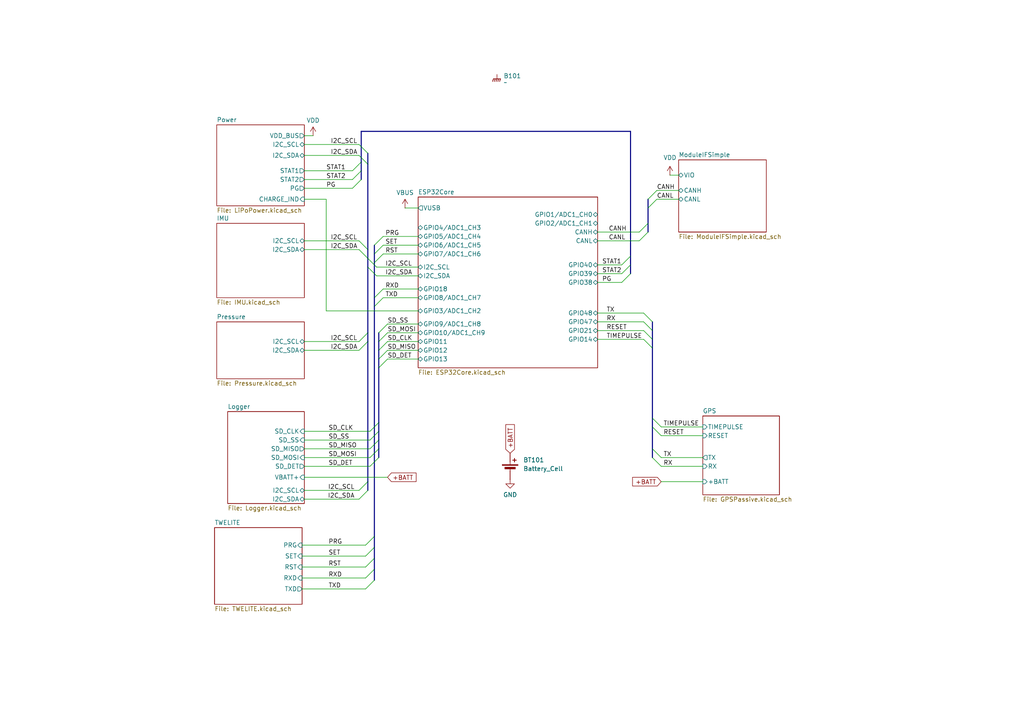
<source format=kicad_sch>
(kicad_sch
	(version 20231120)
	(generator "eeschema")
	(generator_version "8.0")
	(uuid "bbee8c47-266c-4026-940d-10a37b262ebb")
	(paper "A4")
	(lib_symbols
		(symbol "Device:Battery_Cell"
			(pin_numbers hide)
			(pin_names
				(offset 0) hide)
			(exclude_from_sim no)
			(in_bom yes)
			(on_board yes)
			(property "Reference" "BT"
				(at 2.54 2.54 0)
				(effects
					(font
						(size 1.27 1.27)
					)
					(justify left)
				)
			)
			(property "Value" "Battery_Cell"
				(at 2.54 0 0)
				(effects
					(font
						(size 1.27 1.27)
					)
					(justify left)
				)
			)
			(property "Footprint" ""
				(at 0 1.524 90)
				(effects
					(font
						(size 1.27 1.27)
					)
					(hide yes)
				)
			)
			(property "Datasheet" "~"
				(at 0 1.524 90)
				(effects
					(font
						(size 1.27 1.27)
					)
					(hide yes)
				)
			)
			(property "Description" "Single-cell battery"
				(at 0 0 0)
				(effects
					(font
						(size 1.27 1.27)
					)
					(hide yes)
				)
			)
			(property "ki_keywords" "battery cell"
				(at 0 0 0)
				(effects
					(font
						(size 1.27 1.27)
					)
					(hide yes)
				)
			)
			(symbol "Battery_Cell_0_1"
				(rectangle
					(start -2.286 1.778)
					(end 2.286 1.524)
					(stroke
						(width 0)
						(type default)
					)
					(fill
						(type outline)
					)
				)
				(rectangle
					(start -1.524 1.016)
					(end 1.524 0.508)
					(stroke
						(width 0)
						(type default)
					)
					(fill
						(type outline)
					)
				)
				(polyline
					(pts
						(xy 0 0.762) (xy 0 0)
					)
					(stroke
						(width 0)
						(type default)
					)
					(fill
						(type none)
					)
				)
				(polyline
					(pts
						(xy 0 1.778) (xy 0 2.54)
					)
					(stroke
						(width 0)
						(type default)
					)
					(fill
						(type none)
					)
				)
				(polyline
					(pts
						(xy 0.762 3.048) (xy 1.778 3.048)
					)
					(stroke
						(width 0.254)
						(type default)
					)
					(fill
						(type none)
					)
				)
				(polyline
					(pts
						(xy 1.27 3.556) (xy 1.27 2.54)
					)
					(stroke
						(width 0.254)
						(type default)
					)
					(fill
						(type none)
					)
				)
			)
			(symbol "Battery_Cell_1_1"
				(pin passive line
					(at 0 5.08 270)
					(length 2.54)
					(name "+"
						(effects
							(font
								(size 1.27 1.27)
							)
						)
					)
					(number "1"
						(effects
							(font
								(size 1.27 1.27)
							)
						)
					)
				)
				(pin passive line
					(at 0 -2.54 90)
					(length 2.54)
					(name "-"
						(effects
							(font
								(size 1.27 1.27)
							)
						)
					)
					(number "2"
						(effects
							(font
								(size 1.27 1.27)
							)
						)
					)
				)
			)
		)
		(symbol "WOBCLibrary:Board"
			(exclude_from_sim no)
			(in_bom yes)
			(on_board yes)
			(property "Reference" "B"
				(at 0 2.54 0)
				(effects
					(font
						(size 1.27 1.27)
					)
				)
			)
			(property "Value" ""
				(at 0 0 0)
				(effects
					(font
						(size 1.27 1.27)
					)
				)
			)
			(property "Footprint" ""
				(at 0 0 0)
				(effects
					(font
						(size 1.27 1.27)
					)
					(hide yes)
				)
			)
			(property "Datasheet" ""
				(at 0 0 0)
				(effects
					(font
						(size 1.27 1.27)
					)
					(hide yes)
				)
			)
			(property "Description" ""
				(at 0 0 0)
				(effects
					(font
						(size 1.27 1.27)
					)
					(hide yes)
				)
			)
			(symbol "Board_0_1"
				(polyline
					(pts
						(xy 0 -1.27) (xy 0 0)
					)
					(stroke
						(width 0)
						(type default)
					)
					(fill
						(type none)
					)
				)
				(polyline
					(pts
						(xy -1.016 -1.27) (xy -1.27 -2.032) (xy -1.27 -2.032)
					)
					(stroke
						(width 0.2032)
						(type default)
					)
					(fill
						(type none)
					)
				)
				(polyline
					(pts
						(xy -0.508 -1.27) (xy -0.762 -2.032) (xy -0.762 -2.032)
					)
					(stroke
						(width 0.2032)
						(type default)
					)
					(fill
						(type none)
					)
				)
				(polyline
					(pts
						(xy 0 -1.27) (xy -0.254 -2.032) (xy -0.254 -2.032)
					)
					(stroke
						(width 0.2032)
						(type default)
					)
					(fill
						(type none)
					)
				)
				(polyline
					(pts
						(xy 0.508 -1.27) (xy 0.254 -2.032) (xy 0.254 -2.032)
					)
					(stroke
						(width 0.2032)
						(type default)
					)
					(fill
						(type none)
					)
				)
				(polyline
					(pts
						(xy 1.016 -1.27) (xy -1.016 -1.27) (xy -1.016 -1.27)
					)
					(stroke
						(width 0.2032)
						(type default)
					)
					(fill
						(type none)
					)
				)
				(polyline
					(pts
						(xy 1.016 -1.27) (xy 0.762 -2.032) (xy 0.762 -2.032) (xy 0.762 -2.032)
					)
					(stroke
						(width 0.2032)
						(type default)
					)
					(fill
						(type none)
					)
				)
			)
			(symbol "Board_1_1"
				(pin power_in line
					(at 0 0 270)
					(length 0) hide
					(name "GND"
						(effects
							(font
								(size 1.27 1.27)
							)
						)
					)
					(number "GND"
						(effects
							(font
								(size 1.27 1.27)
							)
						)
					)
				)
			)
		)
		(symbol "power:GND"
			(power)
			(pin_numbers hide)
			(pin_names
				(offset 0) hide)
			(exclude_from_sim no)
			(in_bom yes)
			(on_board yes)
			(property "Reference" "#PWR"
				(at 0 -6.35 0)
				(effects
					(font
						(size 1.27 1.27)
					)
					(hide yes)
				)
			)
			(property "Value" "GND"
				(at 0 -3.81 0)
				(effects
					(font
						(size 1.27 1.27)
					)
				)
			)
			(property "Footprint" ""
				(at 0 0 0)
				(effects
					(font
						(size 1.27 1.27)
					)
					(hide yes)
				)
			)
			(property "Datasheet" ""
				(at 0 0 0)
				(effects
					(font
						(size 1.27 1.27)
					)
					(hide yes)
				)
			)
			(property "Description" "Power symbol creates a global label with name \"GND\" , ground"
				(at 0 0 0)
				(effects
					(font
						(size 1.27 1.27)
					)
					(hide yes)
				)
			)
			(property "ki_keywords" "global power"
				(at 0 0 0)
				(effects
					(font
						(size 1.27 1.27)
					)
					(hide yes)
				)
			)
			(symbol "GND_0_1"
				(polyline
					(pts
						(xy 0 0) (xy 0 -1.27) (xy 1.27 -1.27) (xy 0 -2.54) (xy -1.27 -1.27) (xy 0 -1.27)
					)
					(stroke
						(width 0)
						(type default)
					)
					(fill
						(type none)
					)
				)
			)
			(symbol "GND_1_1"
				(pin power_in line
					(at 0 0 270)
					(length 0)
					(name "~"
						(effects
							(font
								(size 1.27 1.27)
							)
						)
					)
					(number "1"
						(effects
							(font
								(size 1.27 1.27)
							)
						)
					)
				)
			)
		)
		(symbol "power:VBUS"
			(power)
			(pin_numbers hide)
			(pin_names
				(offset 0) hide)
			(exclude_from_sim no)
			(in_bom yes)
			(on_board yes)
			(property "Reference" "#PWR"
				(at 0 -3.81 0)
				(effects
					(font
						(size 1.27 1.27)
					)
					(hide yes)
				)
			)
			(property "Value" "VBUS"
				(at 0 3.556 0)
				(effects
					(font
						(size 1.27 1.27)
					)
				)
			)
			(property "Footprint" ""
				(at 0 0 0)
				(effects
					(font
						(size 1.27 1.27)
					)
					(hide yes)
				)
			)
			(property "Datasheet" ""
				(at 0 0 0)
				(effects
					(font
						(size 1.27 1.27)
					)
					(hide yes)
				)
			)
			(property "Description" "Power symbol creates a global label with name \"VBUS\""
				(at 0 0 0)
				(effects
					(font
						(size 1.27 1.27)
					)
					(hide yes)
				)
			)
			(property "ki_keywords" "global power"
				(at 0 0 0)
				(effects
					(font
						(size 1.27 1.27)
					)
					(hide yes)
				)
			)
			(symbol "VBUS_0_1"
				(polyline
					(pts
						(xy -0.762 1.27) (xy 0 2.54)
					)
					(stroke
						(width 0)
						(type default)
					)
					(fill
						(type none)
					)
				)
				(polyline
					(pts
						(xy 0 0) (xy 0 2.54)
					)
					(stroke
						(width 0)
						(type default)
					)
					(fill
						(type none)
					)
				)
				(polyline
					(pts
						(xy 0 2.54) (xy 0.762 1.27)
					)
					(stroke
						(width 0)
						(type default)
					)
					(fill
						(type none)
					)
				)
			)
			(symbol "VBUS_1_1"
				(pin power_in line
					(at 0 0 90)
					(length 0)
					(name "~"
						(effects
							(font
								(size 1.27 1.27)
							)
						)
					)
					(number "1"
						(effects
							(font
								(size 1.27 1.27)
							)
						)
					)
				)
			)
		)
		(symbol "power:VDD"
			(power)
			(pin_numbers hide)
			(pin_names
				(offset 0) hide)
			(exclude_from_sim no)
			(in_bom yes)
			(on_board yes)
			(property "Reference" "#PWR"
				(at 0 -3.81 0)
				(effects
					(font
						(size 1.27 1.27)
					)
					(hide yes)
				)
			)
			(property "Value" "VDD"
				(at 0 3.556 0)
				(effects
					(font
						(size 1.27 1.27)
					)
				)
			)
			(property "Footprint" ""
				(at 0 0 0)
				(effects
					(font
						(size 1.27 1.27)
					)
					(hide yes)
				)
			)
			(property "Datasheet" ""
				(at 0 0 0)
				(effects
					(font
						(size 1.27 1.27)
					)
					(hide yes)
				)
			)
			(property "Description" "Power symbol creates a global label with name \"VDD\""
				(at 0 0 0)
				(effects
					(font
						(size 1.27 1.27)
					)
					(hide yes)
				)
			)
			(property "ki_keywords" "global power"
				(at 0 0 0)
				(effects
					(font
						(size 1.27 1.27)
					)
					(hide yes)
				)
			)
			(symbol "VDD_0_1"
				(polyline
					(pts
						(xy -0.762 1.27) (xy 0 2.54)
					)
					(stroke
						(width 0)
						(type default)
					)
					(fill
						(type none)
					)
				)
				(polyline
					(pts
						(xy 0 0) (xy 0 2.54)
					)
					(stroke
						(width 0)
						(type default)
					)
					(fill
						(type none)
					)
				)
				(polyline
					(pts
						(xy 0 2.54) (xy 0.762 1.27)
					)
					(stroke
						(width 0)
						(type default)
					)
					(fill
						(type none)
					)
				)
			)
			(symbol "VDD_1_1"
				(pin power_in line
					(at 0 0 90)
					(length 0)
					(name "~"
						(effects
							(font
								(size 1.27 1.27)
							)
						)
					)
					(number "1"
						(effects
							(font
								(size 1.27 1.27)
							)
						)
					)
				)
			)
		)
	)
	(bus_entry
		(at 109.855 101.6)
		(size 2.54 -2.54)
		(stroke
			(width 0)
			(type default)
		)
		(uuid "078cb82e-77d7-4477-b01b-d6ba50a748d5")
	)
	(bus_entry
		(at 109.855 104.14)
		(size 2.54 -2.54)
		(stroke
			(width 0)
			(type default)
		)
		(uuid "181a9da0-c900-4556-812c-9f66fae1cbbf")
	)
	(bus_entry
		(at 104.14 142.24)
		(size 2.54 -2.54)
		(stroke
			(width 0)
			(type default)
		)
		(uuid "23f9e28d-fc08-4004-ad90-52dd21e23765")
	)
	(bus_entry
		(at 104.14 99.06)
		(size 2.54 -2.54)
		(stroke
			(width 0)
			(type default)
		)
		(uuid "2df7cf62-acb1-4e24-8915-e7dcb8d818b7")
	)
	(bus_entry
		(at 107.315 132.715)
		(size 2.54 -2.54)
		(stroke
			(width 0)
			(type default)
		)
		(uuid "30c1d4f1-7425-4a08-82d0-6aa716fa5815")
	)
	(bus_entry
		(at 106.045 158.115)
		(size 2.54 -2.54)
		(stroke
			(width 0)
			(type default)
		)
		(uuid "38de9e37-0df8-47bb-a11b-d3d36a334af8")
	)
	(bus_entry
		(at 104.14 144.78)
		(size 2.54 -2.54)
		(stroke
			(width 0)
			(type default)
		)
		(uuid "3ecfe811-c2fc-49f3-99f7-4c883c7ab439")
	)
	(bus_entry
		(at 190.5 57.785)
		(size -2.54 2.54)
		(stroke
			(width 0)
			(type default)
		)
		(uuid "3f7538c7-ed7f-4454-a1ae-ed84fd2f7dd3")
	)
	(bus_entry
		(at 109.22 77.47)
		(size -2.54 -2.54)
		(stroke
			(width 0)
			(type default)
		)
		(uuid "45b0fd37-eb28-4498-93e8-3588ccf33fdd")
	)
	(bus_entry
		(at 108.585 76.2)
		(size 2.54 -2.54)
		(stroke
			(width 0)
			(type default)
		)
		(uuid "4d8d44ca-cb4a-450c-94b6-241faa928e07")
	)
	(bus_entry
		(at 107.315 135.255)
		(size 2.54 -2.54)
		(stroke
			(width 0)
			(type default)
		)
		(uuid "4e2f2d7c-cb4a-4ecf-8581-299b83a96859")
	)
	(bus_entry
		(at 189.23 132.715)
		(size 2.54 2.54)
		(stroke
			(width 0)
			(type default)
		)
		(uuid "4e656965-bb3c-437a-9041-a838dbb8a263")
	)
	(bus_entry
		(at 185.42 67.31)
		(size 2.54 -2.54)
		(stroke
			(width 0)
			(type default)
		)
		(uuid "4f1776b7-bab0-4419-a6da-c40c1974d7b4")
	)
	(bus_entry
		(at 186.69 93.345)
		(size 2.54 2.54)
		(stroke
			(width 0)
			(type default)
		)
		(uuid "51981cd1-9b07-4cee-8b35-83bf99e681f8")
	)
	(bus_entry
		(at 186.69 90.805)
		(size 2.54 2.54)
		(stroke
			(width 0)
			(type default)
		)
		(uuid "565aa4b5-0945-4ad8-a5b0-87bc95a45a44")
	)
	(bus_entry
		(at 107.315 130.175)
		(size 2.54 -2.54)
		(stroke
			(width 0)
			(type default)
		)
		(uuid "5775c9f1-4356-445c-b62a-9837d249f24e")
	)
	(bus_entry
		(at 102.235 52.07)
		(size 2.54 -2.54)
		(stroke
			(width 0)
			(type default)
		)
		(uuid "5da36e76-0f61-4b45-b2e7-ae112e2ed9aa")
	)
	(bus_entry
		(at 108.585 86.36)
		(size 2.54 -2.54)
		(stroke
			(width 0)
			(type default)
		)
		(uuid "772cf5d2-3127-40f6-a14c-077d6e6020b0")
	)
	(bus_entry
		(at 107.315 127.635)
		(size 2.54 -2.54)
		(stroke
			(width 0)
			(type default)
		)
		(uuid "7ef2eb8c-1e70-484e-9811-ec69a1ca689e")
	)
	(bus_entry
		(at 186.69 98.425)
		(size 2.54 2.54)
		(stroke
			(width 0)
			(type default)
		)
		(uuid "818fa6ca-fa0c-4edd-a8d6-35b34ee8a902")
	)
	(bus_entry
		(at 109.855 99.06)
		(size 2.54 -2.54)
		(stroke
			(width 0)
			(type default)
		)
		(uuid "85bea323-efa0-41cf-bf20-a337eb1774aa")
	)
	(bus_entry
		(at 104.14 45.085)
		(size 2.54 2.54)
		(stroke
			(width 0)
			(type default)
		)
		(uuid "88358ff5-707e-45ac-b06b-08f6652e0d14")
	)
	(bus_entry
		(at 189.23 130.175)
		(size 2.54 2.54)
		(stroke
			(width 0)
			(type default)
		)
		(uuid "9b560dfd-d256-4fdf-9e3f-730fe42060c3")
	)
	(bus_entry
		(at 108.585 73.66)
		(size 2.54 -2.54)
		(stroke
			(width 0)
			(type default)
		)
		(uuid "9b64df83-aee6-4167-a162-4a6737a0d0c0")
	)
	(bus_entry
		(at 108.585 88.9)
		(size 2.54 -2.54)
		(stroke
			(width 0)
			(type default)
		)
		(uuid "a3259c45-212b-4596-affa-b93ef92bf075")
	)
	(bus_entry
		(at 104.14 72.39)
		(size 2.54 2.54)
		(stroke
			(width 0)
			(type default)
		)
		(uuid "aafa83ea-531d-4ee7-8624-13bf5eb17539")
	)
	(bus_entry
		(at 102.235 54.61)
		(size 2.54 -2.54)
		(stroke
			(width 0)
			(type default)
		)
		(uuid "ae67faa4-61a3-49da-9e9e-1a123b77172f")
	)
	(bus_entry
		(at 106.045 164.465)
		(size 2.54 -2.54)
		(stroke
			(width 0)
			(type default)
		)
		(uuid "b239eaf0-469d-43bb-89c1-ac143e04c744")
	)
	(bus_entry
		(at 104.14 41.91)
		(size 2.54 2.54)
		(stroke
			(width 0)
			(type default)
		)
		(uuid "b5f10df4-e93a-4c8d-b1e9-dc97936d9704")
	)
	(bus_entry
		(at 180.34 76.835)
		(size 2.54 -2.54)
		(stroke
			(width 0)
			(type default)
		)
		(uuid "b94107ab-0c5b-4ca4-b231-8e39c16e46c1")
	)
	(bus_entry
		(at 180.34 79.375)
		(size 2.54 -2.54)
		(stroke
			(width 0)
			(type default)
		)
		(uuid "b9a5f72d-29cb-4d84-9a9d-61b9a126a49c")
	)
	(bus_entry
		(at 189.23 123.825)
		(size 2.54 2.54)
		(stroke
			(width 0)
			(type default)
		)
		(uuid "beed2afd-03c8-49c6-8497-25aad7cf10a2")
	)
	(bus_entry
		(at 107.315 125.095)
		(size 2.54 -2.54)
		(stroke
			(width 0)
			(type default)
		)
		(uuid "c1abdc74-d307-414d-b846-8ccf702d0a48")
	)
	(bus_entry
		(at 106.045 167.64)
		(size 2.54 -2.54)
		(stroke
			(width 0)
			(type default)
		)
		(uuid "c2687942-dac4-4aaf-84d4-e8529b430ba1")
	)
	(bus_entry
		(at 186.69 95.885)
		(size 2.54 2.54)
		(stroke
			(width 0)
			(type default)
		)
		(uuid "c5136d59-c0b6-4b64-b94d-100ec0464a04")
	)
	(bus_entry
		(at 109.855 106.68)
		(size 2.54 -2.54)
		(stroke
			(width 0)
			(type default)
		)
		(uuid "ccf236db-ea44-47d5-bfad-c3972c914d6d")
	)
	(bus_entry
		(at 190.5 55.245)
		(size -2.54 2.54)
		(stroke
			(width 0)
			(type default)
		)
		(uuid "d499abd1-a2c1-4ef9-aa79-7d39efee5030")
	)
	(bus_entry
		(at 185.42 69.85)
		(size 2.54 -2.54)
		(stroke
			(width 0)
			(type default)
		)
		(uuid "d4d90c1d-fddd-411a-ae04-8cb473e776c5")
	)
	(bus_entry
		(at 102.235 49.53)
		(size 2.54 -2.54)
		(stroke
			(width 0)
			(type default)
		)
		(uuid "d919c36d-676b-4a4b-903d-4cec6a46fc95")
	)
	(bus_entry
		(at 106.045 170.815)
		(size 2.54 -2.54)
		(stroke
			(width 0)
			(type default)
		)
		(uuid "dcec65dc-4841-44ac-8a5b-476fba560094")
	)
	(bus_entry
		(at 180.34 81.915)
		(size 2.54 -2.54)
		(stroke
			(width 0)
			(type default)
		)
		(uuid "e2cac42b-3eb3-4bd8-85c0-008ae70670b8")
	)
	(bus_entry
		(at 108.585 71.12)
		(size 2.54 -2.54)
		(stroke
			(width 0)
			(type default)
		)
		(uuid "e45874df-2ed2-4a01-8291-5fbd3bda8bef")
	)
	(bus_entry
		(at 109.22 80.01)
		(size -2.54 -2.54)
		(stroke
			(width 0)
			(type default)
		)
		(uuid "e6f6ce8d-5ada-4498-bbcf-e32aeded9834")
	)
	(bus_entry
		(at 106.045 161.29)
		(size 2.54 -2.54)
		(stroke
			(width 0)
			(type default)
		)
		(uuid "ece8a5d9-5a58-4d32-8ed4-afa5a5e2c493")
	)
	(bus_entry
		(at 104.14 69.85)
		(size 2.54 2.54)
		(stroke
			(width 0)
			(type default)
		)
		(uuid "efdeae70-2502-4754-874d-91302fe8fa3d")
	)
	(bus_entry
		(at 109.855 96.52)
		(size 2.54 -2.54)
		(stroke
			(width 0)
			(type default)
		)
		(uuid "f19fd026-b03b-4aff-88e7-0b3e2307abdc")
	)
	(bus_entry
		(at 104.14 101.6)
		(size 2.54 -2.54)
		(stroke
			(width 0)
			(type default)
		)
		(uuid "f26610c5-adf0-436e-baa7-41586151ea38")
	)
	(bus_entry
		(at 189.23 121.285)
		(size 2.54 2.54)
		(stroke
			(width 0)
			(type default)
		)
		(uuid "fd190a5f-5a22-4a81-8fa5-dd08d63a041d")
	)
	(wire
		(pts
			(xy 88.265 144.78) (xy 104.14 144.78)
		)
		(stroke
			(width 0)
			(type default)
		)
		(uuid "0158b9db-cff2-46cc-8fa7-6df898fbd309")
	)
	(wire
		(pts
			(xy 173.355 79.375) (xy 180.34 79.375)
		)
		(stroke
			(width 0)
			(type default)
		)
		(uuid "04916dce-e1b2-4ccc-9ec8-a9efeae53342")
	)
	(wire
		(pts
			(xy 191.77 139.7) (xy 203.835 139.7)
		)
		(stroke
			(width 0)
			(type default)
		)
		(uuid "07db8777-d1d9-43f3-8581-6e1e1d386977")
	)
	(wire
		(pts
			(xy 173.355 95.885) (xy 186.69 95.885)
		)
		(stroke
			(width 0)
			(type default)
		)
		(uuid "07f28923-62c0-469b-89ed-5045eec41a62")
	)
	(bus
		(pts
			(xy 104.775 49.53) (xy 104.775 52.07)
		)
		(stroke
			(width 0)
			(type default)
		)
		(uuid "082f261f-29d0-417d-bb52-8a52f95f3ce8")
	)
	(bus
		(pts
			(xy 108.585 88.9) (xy 108.585 155.575)
		)
		(stroke
			(width 0)
			(type default)
		)
		(uuid "0896625c-17c6-41cf-848c-0afc824745a9")
	)
	(wire
		(pts
			(xy 173.355 69.85) (xy 185.42 69.85)
		)
		(stroke
			(width 0)
			(type default)
		)
		(uuid "119c9eb5-1e11-47e3-8353-087d44a0ac89")
	)
	(bus
		(pts
			(xy 109.855 101.6) (xy 109.855 104.14)
		)
		(stroke
			(width 0)
			(type default)
		)
		(uuid "198e95ad-3e1c-4390-ba3d-fcb58f0cb3af")
	)
	(wire
		(pts
			(xy 88.265 54.61) (xy 102.235 54.61)
		)
		(stroke
			(width 0)
			(type default)
		)
		(uuid "1e5e114c-5d97-4f24-be80-cccf89dc08c7")
	)
	(wire
		(pts
			(xy 88.265 135.255) (xy 107.315 135.255)
		)
		(stroke
			(width 0)
			(type default)
		)
		(uuid "20c7dc45-807c-4155-87f9-63b78d463aa2")
	)
	(bus
		(pts
			(xy 189.23 100.965) (xy 189.23 121.285)
		)
		(stroke
			(width 0)
			(type default)
		)
		(uuid "2301a8b2-c990-46ce-bd21-50914661d863")
	)
	(bus
		(pts
			(xy 106.68 96.52) (xy 106.68 99.06)
		)
		(stroke
			(width 0)
			(type default)
		)
		(uuid "2439b51f-e836-4af0-9f6d-f1f659d7af8c")
	)
	(wire
		(pts
			(xy 111.125 68.58) (xy 121.285 68.58)
		)
		(stroke
			(width 0)
			(type default)
		)
		(uuid "29d95adc-a1c4-4215-b73b-292f93c2c8bc")
	)
	(wire
		(pts
			(xy 173.355 93.345) (xy 186.69 93.345)
		)
		(stroke
			(width 0)
			(type default)
		)
		(uuid "2a277c32-7a49-402b-a39c-eb4e2246e08e")
	)
	(bus
		(pts
			(xy 108.585 73.66) (xy 108.585 76.2)
		)
		(stroke
			(width 0)
			(type default)
		)
		(uuid "2a2d24fd-2632-402b-b604-dc93e963e047")
	)
	(wire
		(pts
			(xy 190.5 57.785) (xy 196.85 57.785)
		)
		(stroke
			(width 0)
			(type default)
		)
		(uuid "2b200926-5f3c-42b2-9673-719a120795d6")
	)
	(wire
		(pts
			(xy 88.265 132.715) (xy 107.315 132.715)
		)
		(stroke
			(width 0)
			(type default)
		)
		(uuid "2d0a1cb6-6e0e-4657-aa5c-2ade06b19eed")
	)
	(wire
		(pts
			(xy 191.77 126.365) (xy 203.835 126.365)
		)
		(stroke
			(width 0)
			(type default)
		)
		(uuid "2f49657d-a8c8-4939-983c-282c006bf8fd")
	)
	(bus
		(pts
			(xy 109.855 125.095) (xy 109.855 127.635)
		)
		(stroke
			(width 0)
			(type default)
		)
		(uuid "35958094-262c-4970-a5c8-d956cdf85994")
	)
	(bus
		(pts
			(xy 187.96 57.785) (xy 187.96 60.325)
		)
		(stroke
			(width 0)
			(type default)
		)
		(uuid "359d77e0-45d0-4986-81bb-7fb41ba64009")
	)
	(wire
		(pts
			(xy 173.355 81.915) (xy 180.34 81.915)
		)
		(stroke
			(width 0)
			(type default)
		)
		(uuid "39275343-6eb6-4df0-bcd7-6613c5cede62")
	)
	(bus
		(pts
			(xy 109.855 130.175) (xy 109.855 132.715)
		)
		(stroke
			(width 0)
			(type default)
		)
		(uuid "3bd144bb-61b9-4351-a315-40f1b6656d45")
	)
	(wire
		(pts
			(xy 111.125 73.66) (xy 121.285 73.66)
		)
		(stroke
			(width 0)
			(type default)
		)
		(uuid "3df32d35-26a8-409b-ab24-cf422abb4636")
	)
	(bus
		(pts
			(xy 106.68 44.45) (xy 106.68 47.625)
		)
		(stroke
			(width 0)
			(type default)
		)
		(uuid "41458d16-7c1e-4a6f-86ca-e8b71e6c94ac")
	)
	(wire
		(pts
			(xy 112.395 93.98) (xy 121.285 93.98)
		)
		(stroke
			(width 0)
			(type default)
		)
		(uuid "44a57f51-9d98-4330-a79f-8d15e181ebf3")
	)
	(bus
		(pts
			(xy 109.855 96.52) (xy 109.855 99.06)
		)
		(stroke
			(width 0)
			(type default)
		)
		(uuid "45be9692-de88-41b3-bd3a-0c8a9e32b974")
	)
	(bus
		(pts
			(xy 189.23 95.885) (xy 189.23 98.425)
		)
		(stroke
			(width 0)
			(type default)
		)
		(uuid "48cc31f2-0244-42f2-98cc-8cf72ade6dbe")
	)
	(bus
		(pts
			(xy 109.855 127.635) (xy 109.855 130.175)
		)
		(stroke
			(width 0)
			(type default)
		)
		(uuid "4d42e457-7795-4d04-9f7a-ec12511c8267")
	)
	(wire
		(pts
			(xy 117.475 60.325) (xy 121.285 60.325)
		)
		(stroke
			(width 0)
			(type default)
		)
		(uuid "5105d1dc-ebb5-4469-810d-f4b846055463")
	)
	(wire
		(pts
			(xy 88.265 52.07) (xy 102.235 52.07)
		)
		(stroke
			(width 0)
			(type default)
		)
		(uuid "510d6245-7251-40b9-951e-a3362c7dbe91")
	)
	(wire
		(pts
			(xy 191.77 135.255) (xy 203.835 135.255)
		)
		(stroke
			(width 0)
			(type default)
		)
		(uuid "5366f2e7-4775-4787-b605-9e9b5687adb4")
	)
	(wire
		(pts
			(xy 88.265 99.06) (xy 104.14 99.06)
		)
		(stroke
			(width 0)
			(type default)
		)
		(uuid "57028478-3c58-4f17-81f6-659ebbf234b1")
	)
	(bus
		(pts
			(xy 182.88 74.295) (xy 182.88 38.1)
		)
		(stroke
			(width 0)
			(type default)
		)
		(uuid "58c916b4-cfaa-4ba8-8ff0-9c7f1410c5b6")
	)
	(bus
		(pts
			(xy 106.68 77.47) (xy 106.68 96.52)
		)
		(stroke
			(width 0)
			(type default)
		)
		(uuid "5a2e82ce-57d1-437d-9c72-0ec4f748ec74")
	)
	(wire
		(pts
			(xy 88.265 39.37) (xy 90.805 39.37)
		)
		(stroke
			(width 0)
			(type default)
		)
		(uuid "5b63174f-f421-459d-a29c-002999dc60a1")
	)
	(wire
		(pts
			(xy 191.77 123.825) (xy 203.835 123.825)
		)
		(stroke
			(width 0)
			(type default)
		)
		(uuid "5dd4be63-e084-44e7-b8de-f67e9a31ba79")
	)
	(bus
		(pts
			(xy 187.96 60.325) (xy 187.96 64.77)
		)
		(stroke
			(width 0)
			(type default)
		)
		(uuid "5f0ce326-daa0-40ba-b145-f00fa618f0e4")
	)
	(wire
		(pts
			(xy 112.395 99.06) (xy 121.285 99.06)
		)
		(stroke
			(width 0)
			(type default)
		)
		(uuid "6173c234-8bb2-4076-9f74-e4766e979e69")
	)
	(wire
		(pts
			(xy 88.265 49.53) (xy 102.235 49.53)
		)
		(stroke
			(width 0)
			(type default)
		)
		(uuid "68261754-e27d-47d9-bfd8-d824fe174b98")
	)
	(wire
		(pts
			(xy 87.63 161.29) (xy 106.045 161.29)
		)
		(stroke
			(width 0)
			(type default)
		)
		(uuid "6940bd4a-d387-4493-8ae2-37466a929be8")
	)
	(bus
		(pts
			(xy 182.88 79.375) (xy 182.88 76.835)
		)
		(stroke
			(width 0)
			(type default)
		)
		(uuid "6a3abeb4-5e84-48f4-bf9f-f20077ff890c")
	)
	(bus
		(pts
			(xy 189.23 121.285) (xy 189.23 123.825)
		)
		(stroke
			(width 0)
			(type default)
		)
		(uuid "6d9dab62-3b69-415e-a834-9a9d7fdc9813")
	)
	(bus
		(pts
			(xy 187.96 64.77) (xy 187.96 67.31)
		)
		(stroke
			(width 0)
			(type default)
		)
		(uuid "7195d231-d670-4913-9640-66c6bdf078e2")
	)
	(wire
		(pts
			(xy 190.5 55.245) (xy 196.85 55.245)
		)
		(stroke
			(width 0)
			(type default)
		)
		(uuid "720bb956-4565-43fd-961e-da490eee582d")
	)
	(bus
		(pts
			(xy 108.585 161.925) (xy 108.585 165.1)
		)
		(stroke
			(width 0)
			(type default)
		)
		(uuid "7b453cdf-4cc9-4293-bf4c-290548fbe3b4")
	)
	(wire
		(pts
			(xy 173.355 67.31) (xy 185.42 67.31)
		)
		(stroke
			(width 0)
			(type default)
		)
		(uuid "7d1b3df1-ecba-4475-b1ac-65998ea965a6")
	)
	(wire
		(pts
			(xy 88.265 125.095) (xy 107.315 125.095)
		)
		(stroke
			(width 0)
			(type default)
		)
		(uuid "7e748fa9-3b7e-42c0-98c6-4bf4d659010f")
	)
	(wire
		(pts
			(xy 88.265 127.635) (xy 107.315 127.635)
		)
		(stroke
			(width 0)
			(type default)
		)
		(uuid "7ed85250-0458-4814-9d1f-083b3e8d7e2c")
	)
	(wire
		(pts
			(xy 88.265 130.175) (xy 107.315 130.175)
		)
		(stroke
			(width 0)
			(type default)
		)
		(uuid "7faea200-0dc3-4587-b81a-5e92932514ca")
	)
	(bus
		(pts
			(xy 182.88 38.1) (xy 104.775 38.1)
		)
		(stroke
			(width 0)
			(type default)
		)
		(uuid "83855b54-a0b3-4628-ac03-922dc4d32d3f")
	)
	(wire
		(pts
			(xy 111.125 86.36) (xy 121.285 86.36)
		)
		(stroke
			(width 0)
			(type default)
		)
		(uuid "87807e0d-086a-448a-9011-81ec3ef5e510")
	)
	(bus
		(pts
			(xy 182.88 76.835) (xy 182.88 74.295)
		)
		(stroke
			(width 0)
			(type default)
		)
		(uuid "88853fc9-0fe9-48af-b74f-96e994c2a023")
	)
	(wire
		(pts
			(xy 88.265 41.91) (xy 104.14 41.91)
		)
		(stroke
			(width 0)
			(type default)
		)
		(uuid "8d129850-a729-4aff-8d97-cb7ae79ff061")
	)
	(bus
		(pts
			(xy 109.855 104.14) (xy 109.855 106.68)
		)
		(stroke
			(width 0)
			(type default)
		)
		(uuid "8f5884c0-0077-4db0-a408-c320a5670305")
	)
	(wire
		(pts
			(xy 88.265 69.85) (xy 104.14 69.85)
		)
		(stroke
			(width 0)
			(type default)
		)
		(uuid "90d91857-794c-44ba-9617-69d569b91eb3")
	)
	(bus
		(pts
			(xy 189.23 93.345) (xy 189.23 95.885)
		)
		(stroke
			(width 0)
			(type default)
		)
		(uuid "9572e6ca-94c9-4a8d-af41-b04e311aa2c8")
	)
	(wire
		(pts
			(xy 173.355 90.805) (xy 186.69 90.805)
		)
		(stroke
			(width 0)
			(type default)
		)
		(uuid "95e99763-bc7f-4a00-8339-67e672b87769")
	)
	(bus
		(pts
			(xy 108.585 155.575) (xy 108.585 158.75)
		)
		(stroke
			(width 0)
			(type default)
		)
		(uuid "9694efc0-8e34-41de-9d03-39204ff75156")
	)
	(wire
		(pts
			(xy 191.77 132.715) (xy 203.835 132.715)
		)
		(stroke
			(width 0)
			(type default)
		)
		(uuid "97d8d5dc-f662-43e6-9b4a-60875d4ae975")
	)
	(wire
		(pts
			(xy 88.265 45.085) (xy 104.14 45.085)
		)
		(stroke
			(width 0)
			(type default)
		)
		(uuid "98b1f12e-9ea4-4960-8a6f-beaadc78d65a")
	)
	(wire
		(pts
			(xy 121.285 90.17) (xy 94.615 90.17)
		)
		(stroke
			(width 0)
			(type default)
		)
		(uuid "99bc31d7-aff6-4585-b645-284c55fec488")
	)
	(bus
		(pts
			(xy 106.68 99.06) (xy 106.68 139.7)
		)
		(stroke
			(width 0)
			(type default)
		)
		(uuid "9e121567-49d5-4656-81be-caa0d5029748")
	)
	(wire
		(pts
			(xy 112.395 101.6) (xy 121.285 101.6)
		)
		(stroke
			(width 0)
			(type default)
		)
		(uuid "a1f35dcd-7920-4bc1-bfd1-8f79678bcf3a")
	)
	(wire
		(pts
			(xy 111.125 71.12) (xy 121.285 71.12)
		)
		(stroke
			(width 0)
			(type default)
		)
		(uuid "a4dbd2cc-f6ec-48ce-a8ef-7780fb96ed93")
	)
	(bus
		(pts
			(xy 108.585 158.75) (xy 108.585 161.925)
		)
		(stroke
			(width 0)
			(type default)
		)
		(uuid "acb99949-1a87-4237-8a9a-b17b449cb86e")
	)
	(wire
		(pts
			(xy 109.22 77.47) (xy 121.285 77.47)
		)
		(stroke
			(width 0)
			(type default)
		)
		(uuid "b36f53c6-7e17-4a9e-9ab1-ba35d5bc0f9f")
	)
	(bus
		(pts
			(xy 108.585 71.12) (xy 108.585 73.66)
		)
		(stroke
			(width 0)
			(type default)
		)
		(uuid "b48eef8d-d460-415b-9909-9c47c086a86a")
	)
	(bus
		(pts
			(xy 108.585 86.36) (xy 108.585 88.9)
		)
		(stroke
			(width 0)
			(type default)
		)
		(uuid "b79b120b-21a8-47cd-a608-98dfe46bbbed")
	)
	(bus
		(pts
			(xy 104.775 46.99) (xy 104.775 49.53)
		)
		(stroke
			(width 0)
			(type default)
		)
		(uuid "b868c361-d50d-4d76-b620-3a854a0e26f6")
	)
	(wire
		(pts
			(xy 173.355 98.425) (xy 186.69 98.425)
		)
		(stroke
			(width 0)
			(type default)
		)
		(uuid "bc89593d-bc5e-44c4-9e35-541dc7f8a417")
	)
	(bus
		(pts
			(xy 106.68 74.93) (xy 106.68 77.47)
		)
		(stroke
			(width 0)
			(type default)
		)
		(uuid "bdd76336-1492-4fed-b3b4-56884a62080d")
	)
	(bus
		(pts
			(xy 109.855 122.555) (xy 109.855 125.095)
		)
		(stroke
			(width 0)
			(type default)
		)
		(uuid "bed213cc-f447-46b5-b1a0-8828b39c1aff")
	)
	(bus
		(pts
			(xy 109.855 106.68) (xy 109.855 122.555)
		)
		(stroke
			(width 0)
			(type default)
		)
		(uuid "c1543f20-f342-40c0-9afc-efddb0be9554")
	)
	(bus
		(pts
			(xy 189.23 98.425) (xy 189.23 100.965)
		)
		(stroke
			(width 0)
			(type default)
		)
		(uuid "c3a2bc70-9957-46fd-a3dc-44ab88bd66c1")
	)
	(bus
		(pts
			(xy 109.855 99.06) (xy 109.855 101.6)
		)
		(stroke
			(width 0)
			(type default)
		)
		(uuid "c4765cd8-a8a2-460c-a49d-34b277e651be")
	)
	(wire
		(pts
			(xy 87.63 170.815) (xy 106.045 170.815)
		)
		(stroke
			(width 0)
			(type default)
		)
		(uuid "c546d274-cd3b-4a1f-9cf1-daff0ba16263")
	)
	(wire
		(pts
			(xy 112.395 104.14) (xy 121.285 104.14)
		)
		(stroke
			(width 0)
			(type default)
		)
		(uuid "c5574309-e676-4e21-b262-f7ab7b705a00")
	)
	(bus
		(pts
			(xy 106.68 72.39) (xy 106.68 74.93)
		)
		(stroke
			(width 0)
			(type default)
		)
		(uuid "ccf22f08-ab1b-42ee-97bb-3465210da9f2")
	)
	(bus
		(pts
			(xy 189.23 123.825) (xy 189.23 130.175)
		)
		(stroke
			(width 0)
			(type default)
		)
		(uuid "d13b7e56-b293-4cd4-aa75-b5ba67a760ec")
	)
	(wire
		(pts
			(xy 87.63 158.115) (xy 106.045 158.115)
		)
		(stroke
			(width 0)
			(type default)
		)
		(uuid "d6b3b3f6-89e9-46fc-a9be-9b4eec2b5d71")
	)
	(bus
		(pts
			(xy 108.585 76.2) (xy 108.585 86.36)
		)
		(stroke
			(width 0)
			(type default)
		)
		(uuid "d732235c-20b1-472a-8e54-506dc49a3fb7")
	)
	(wire
		(pts
			(xy 88.265 142.24) (xy 104.14 142.24)
		)
		(stroke
			(width 0)
			(type default)
		)
		(uuid "d789557b-f349-4b74-ba80-272ba8d7053f")
	)
	(wire
		(pts
			(xy 173.355 76.835) (xy 180.34 76.835)
		)
		(stroke
			(width 0)
			(type default)
		)
		(uuid "d79cc374-91c3-462a-9fe5-403023d21ebb")
	)
	(bus
		(pts
			(xy 106.68 47.625) (xy 106.68 72.39)
		)
		(stroke
			(width 0)
			(type default)
		)
		(uuid "da97387c-e6ae-40a0-ae14-348f54c5f20e")
	)
	(wire
		(pts
			(xy 109.22 80.01) (xy 121.285 80.01)
		)
		(stroke
			(width 0)
			(type default)
		)
		(uuid "db188e04-7694-4897-9d50-72d8bf8d878c")
	)
	(bus
		(pts
			(xy 189.23 130.175) (xy 189.23 132.715)
		)
		(stroke
			(width 0)
			(type default)
		)
		(uuid "dd4e7358-85d7-49fd-9e74-8f8dd22b8a45")
	)
	(bus
		(pts
			(xy 106.68 139.7) (xy 106.68 142.24)
		)
		(stroke
			(width 0)
			(type default)
		)
		(uuid "df7ccf1d-134f-44cc-a35e-8e0e34842e1f")
	)
	(bus
		(pts
			(xy 104.775 38.1) (xy 104.775 46.99)
		)
		(stroke
			(width 0)
			(type default)
		)
		(uuid "e0b967d5-365e-42fb-847b-769bb82f9bbd")
	)
	(wire
		(pts
			(xy 111.125 83.82) (xy 121.285 83.82)
		)
		(stroke
			(width 0)
			(type default)
		)
		(uuid "e41d78f9-7d6c-4569-8c32-34d699699c59")
	)
	(wire
		(pts
			(xy 87.63 167.64) (xy 106.045 167.64)
		)
		(stroke
			(width 0)
			(type default)
		)
		(uuid "e6b74410-6d72-4396-a0ff-6c8099c6a30f")
	)
	(bus
		(pts
			(xy 108.585 165.1) (xy 108.585 168.275)
		)
		(stroke
			(width 0)
			(type default)
		)
		(uuid "e6e0ac6b-5f1a-473c-8d27-871d7d7260c9")
	)
	(wire
		(pts
			(xy 88.265 72.39) (xy 104.14 72.39)
		)
		(stroke
			(width 0)
			(type default)
		)
		(uuid "eb0320e0-1a58-4161-bdd2-71e825fb1a1d")
	)
	(wire
		(pts
			(xy 87.63 164.465) (xy 106.045 164.465)
		)
		(stroke
			(width 0)
			(type default)
		)
		(uuid "ef4240f4-da0a-44c3-a8d4-c6a9abcc4d6f")
	)
	(wire
		(pts
			(xy 88.265 138.43) (xy 112.395 138.43)
		)
		(stroke
			(width 0)
			(type default)
		)
		(uuid "f40fec97-b591-4d7e-991e-6b917a2f346c")
	)
	(wire
		(pts
			(xy 94.615 57.785) (xy 88.265 57.785)
		)
		(stroke
			(width 0)
			(type default)
		)
		(uuid "f541ef3f-afc1-4772-b743-5181e41b707f")
	)
	(wire
		(pts
			(xy 112.395 96.52) (xy 121.285 96.52)
		)
		(stroke
			(width 0)
			(type default)
		)
		(uuid "f86dbe7d-c3d0-49b9-bf2f-c30781e65d60")
	)
	(wire
		(pts
			(xy 88.265 101.6) (xy 104.14 101.6)
		)
		(stroke
			(width 0)
			(type default)
		)
		(uuid "f88fb8ae-a52a-40d8-b8b4-74f5d8b2cb3e")
	)
	(wire
		(pts
			(xy 94.615 90.17) (xy 94.615 57.785)
		)
		(stroke
			(width 0)
			(type default)
		)
		(uuid "fbd5f592-294d-4885-966c-6ff95c4fd8cb")
	)
	(wire
		(pts
			(xy 194.31 50.8) (xy 196.85 50.8)
		)
		(stroke
			(width 0)
			(type default)
		)
		(uuid "ff9285b8-89e2-4d51-b7f1-bad58b1900aa")
	)
	(label "SET"
		(at 95.25 161.29 0)
		(fields_autoplaced yes)
		(effects
			(font
				(size 1.27 1.27)
			)
			(justify left bottom)
		)
		(uuid "02181bad-e4ce-4cbc-84d2-de9fd90498ae")
	)
	(label "RXD"
		(at 111.76 83.82 0)
		(fields_autoplaced yes)
		(effects
			(font
				(size 1.27 1.27)
			)
			(justify left bottom)
		)
		(uuid "095cf676-0b9e-4a0c-b9b8-b58215d675f1")
	)
	(label "I2C_SCL"
		(at 102.87 142.24 180)
		(fields_autoplaced yes)
		(effects
			(font
				(size 1.27 1.27)
			)
			(justify right bottom)
		)
		(uuid "0ee68fab-5c15-4af3-b3bd-be221a08c5c4")
	)
	(label "SD_SS"
		(at 112.395 93.98 0)
		(fields_autoplaced yes)
		(effects
			(font
				(size 1.27 1.27)
			)
			(justify left bottom)
		)
		(uuid "0fbbb975-8298-4b13-af0b-5843e7e507b9")
	)
	(label "RESET"
		(at 175.895 95.885 0)
		(fields_autoplaced yes)
		(effects
			(font
				(size 1.27 1.27)
			)
			(justify left bottom)
		)
		(uuid "11ff4d24-0a7c-415c-a44a-29a76654a23e")
	)
	(label "PRG"
		(at 95.25 158.115 0)
		(fields_autoplaced yes)
		(effects
			(font
				(size 1.27 1.27)
			)
			(justify left bottom)
		)
		(uuid "1564c178-64a0-4849-b3fd-95cc02ca88e2")
	)
	(label "TIMEPULSE"
		(at 192.405 123.825 0)
		(fields_autoplaced yes)
		(effects
			(font
				(size 1.27 1.27)
			)
			(justify left bottom)
		)
		(uuid "21beed5c-b112-4a63-9f6d-140b1aacb8cd")
	)
	(label "I2C_SDA"
		(at 102.87 144.78 180)
		(fields_autoplaced yes)
		(effects
			(font
				(size 1.27 1.27)
			)
			(justify right bottom)
		)
		(uuid "28baedc2-0ee6-4824-bf8f-c9ea94e96f6c")
	)
	(label "SD_MISO"
		(at 95.25 130.175 0)
		(fields_autoplaced yes)
		(effects
			(font
				(size 1.27 1.27)
			)
			(justify left bottom)
		)
		(uuid "2fc8e606-04f2-4334-8ebd-d0d66fe4d240")
	)
	(label "CANL"
		(at 190.5 57.785 0)
		(fields_autoplaced yes)
		(effects
			(font
				(size 1.27 1.27)
			)
			(justify left bottom)
		)
		(uuid "30da65c3-0a6f-48df-aec9-7c2b13388487")
	)
	(label "RST"
		(at 111.76 73.66 0)
		(fields_autoplaced yes)
		(effects
			(font
				(size 1.27 1.27)
			)
			(justify left bottom)
		)
		(uuid "3bc69145-4c14-4c04-bc21-31e6f313d37f")
	)
	(label "I2C_SCL"
		(at 95.885 69.85 0)
		(fields_autoplaced yes)
		(effects
			(font
				(size 1.27 1.27)
			)
			(justify left bottom)
		)
		(uuid "3c86b74d-7807-41a8-bddc-4d97761cbc7b")
	)
	(label "STAT1"
		(at 94.615 49.53 0)
		(fields_autoplaced yes)
		(effects
			(font
				(size 1.27 1.27)
			)
			(justify left bottom)
		)
		(uuid "40ae660e-1221-4248-87fe-2626c8ec2e6d")
	)
	(label "SD_CLK"
		(at 95.25 125.095 0)
		(fields_autoplaced yes)
		(effects
			(font
				(size 1.27 1.27)
			)
			(justify left bottom)
		)
		(uuid "4321f22d-be94-44a6-8aee-b5f46f45e8f7")
	)
	(label "SD_MOSI"
		(at 112.395 96.52 0)
		(fields_autoplaced yes)
		(effects
			(font
				(size 1.27 1.27)
			)
			(justify left bottom)
		)
		(uuid "4a578bfa-b83b-4bfa-b33b-bef3329c2dfa")
	)
	(label "TX"
		(at 192.405 132.715 0)
		(fields_autoplaced yes)
		(effects
			(font
				(size 1.27 1.27)
			)
			(justify left bottom)
		)
		(uuid "4dc04c86-2cff-42fc-a007-4f61e5baeb9e")
	)
	(label "CANH"
		(at 176.53 67.31 0)
		(fields_autoplaced yes)
		(effects
			(font
				(size 1.27 1.27)
			)
			(justify left bottom)
		)
		(uuid "51535770-11b6-4714-b5ac-1f27d433ca96")
	)
	(label "PG"
		(at 94.615 54.61 0)
		(fields_autoplaced yes)
		(effects
			(font
				(size 1.27 1.27)
			)
			(justify left bottom)
		)
		(uuid "54d59e4d-887a-4f48-8920-6773e0998305")
	)
	(label "STAT2"
		(at 94.615 52.07 0)
		(fields_autoplaced yes)
		(effects
			(font
				(size 1.27 1.27)
			)
			(justify left bottom)
		)
		(uuid "629a6390-f8ab-4719-8c0a-55a9401488bb")
	)
	(label "SD_MISO"
		(at 112.395 101.6 0)
		(fields_autoplaced yes)
		(effects
			(font
				(size 1.27 1.27)
			)
			(justify left bottom)
		)
		(uuid "67c7e2ef-659d-4565-8626-080494a2444a")
	)
	(label "TIMEPULSE"
		(at 175.895 98.425 0)
		(fields_autoplaced yes)
		(effects
			(font
				(size 1.27 1.27)
			)
			(justify left bottom)
		)
		(uuid "6bb56258-15d5-4064-acdd-c43ea302195e")
	)
	(label "RXD"
		(at 95.25 167.64 0)
		(fields_autoplaced yes)
		(effects
			(font
				(size 1.27 1.27)
			)
			(justify left bottom)
		)
		(uuid "6f464948-c520-495e-98e2-d8f356f4993a")
	)
	(label "SD_DET"
		(at 112.395 104.14 0)
		(fields_autoplaced yes)
		(effects
			(font
				(size 1.27 1.27)
			)
			(justify left bottom)
		)
		(uuid "78adab8c-807b-4cd1-bc9b-36c7f578c5b5")
	)
	(label "SD_CLK"
		(at 112.395 99.06 0)
		(fields_autoplaced yes)
		(effects
			(font
				(size 1.27 1.27)
			)
			(justify left bottom)
		)
		(uuid "7e74180d-c0bc-4fb3-b370-424c4ee2a532")
	)
	(label "TXD"
		(at 111.76 86.36 0)
		(fields_autoplaced yes)
		(effects
			(font
				(size 1.27 1.27)
			)
			(justify left bottom)
		)
		(uuid "7f777676-a2d7-4e6f-83a9-15d7d62734f6")
	)
	(label "STAT2"
		(at 174.625 79.375 0)
		(fields_autoplaced yes)
		(effects
			(font
				(size 1.27 1.27)
			)
			(justify left bottom)
		)
		(uuid "899e9da6-9184-4758-afc7-6d4aec4a1cbc")
	)
	(label "RST"
		(at 95.25 164.465 0)
		(fields_autoplaced yes)
		(effects
			(font
				(size 1.27 1.27)
			)
			(justify left bottom)
		)
		(uuid "93e60930-5a1f-4db9-8546-d8c3281f642a")
	)
	(label "SD_SS"
		(at 95.25 127.635 0)
		(fields_autoplaced yes)
		(effects
			(font
				(size 1.27 1.27)
			)
			(justify left bottom)
		)
		(uuid "9773f0b7-0363-4964-89b9-9c84771b577c")
	)
	(label "CANL"
		(at 176.53 69.85 0)
		(fields_autoplaced yes)
		(effects
			(font
				(size 1.27 1.27)
			)
			(justify left bottom)
		)
		(uuid "981cdf58-7551-4447-a1dd-4917b324f500")
	)
	(label "I2C_SCL"
		(at 95.885 99.06 0)
		(fields_autoplaced yes)
		(effects
			(font
				(size 1.27 1.27)
			)
			(justify left bottom)
		)
		(uuid "9e75a709-907e-4d51-b666-8fc7fc96253f")
	)
	(label "TX"
		(at 175.895 90.805 0)
		(fields_autoplaced yes)
		(effects
			(font
				(size 1.27 1.27)
			)
			(justify left bottom)
		)
		(uuid "a90491ad-7b08-49ee-a04f-c6d25b1a6eca")
	)
	(label "I2C_SDA"
		(at 111.76 80.01 0)
		(fields_autoplaced yes)
		(effects
			(font
				(size 1.27 1.27)
			)
			(justify left bottom)
		)
		(uuid "afd19b87-334e-4067-aacc-b11ffc302594")
	)
	(label "SD_MOSI"
		(at 95.25 132.715 0)
		(fields_autoplaced yes)
		(effects
			(font
				(size 1.27 1.27)
			)
			(justify left bottom)
		)
		(uuid "b6a8f7e9-cedb-4f90-a8b1-d946a8fd46c5")
	)
	(label "I2C_SDA"
		(at 95.885 101.6 0)
		(fields_autoplaced yes)
		(effects
			(font
				(size 1.27 1.27)
			)
			(justify left bottom)
		)
		(uuid "bd82f18a-02e0-431f-ac5d-d6f986892948")
	)
	(label "TXD"
		(at 95.25 170.815 0)
		(fields_autoplaced yes)
		(effects
			(font
				(size 1.27 1.27)
			)
			(justify left bottom)
		)
		(uuid "bf239112-1529-4f8b-93cc-91555f3dd941")
	)
	(label "SD_DET"
		(at 95.25 135.255 0)
		(fields_autoplaced yes)
		(effects
			(font
				(size 1.27 1.27)
			)
			(justify left bottom)
		)
		(uuid "bf79f8a9-b38c-430c-aa89-092a5c6350ce")
	)
	(label "PRG"
		(at 111.76 68.58 0)
		(fields_autoplaced yes)
		(effects
			(font
				(size 1.27 1.27)
			)
			(justify left bottom)
		)
		(uuid "c7c3babf-04b6-4657-91b1-edf629dcfb27")
	)
	(label "STAT1"
		(at 174.625 76.835 0)
		(fields_autoplaced yes)
		(effects
			(font
				(size 1.27 1.27)
			)
			(justify left bottom)
		)
		(uuid "ca4ad7cc-4456-4012-8be2-b37ffa287915")
	)
	(label "PG"
		(at 174.625 81.915 0)
		(fields_autoplaced yes)
		(effects
			(font
				(size 1.27 1.27)
			)
			(justify left bottom)
		)
		(uuid "d367331e-4059-4aac-8e55-a3fb49da2c78")
	)
	(label "RESET"
		(at 192.405 126.365 0)
		(fields_autoplaced yes)
		(effects
			(font
				(size 1.27 1.27)
			)
			(justify left bottom)
		)
		(uuid "d6f9e6df-39e0-4ba0-ba2a-d5df688aa158")
	)
	(label "I2C_SCL"
		(at 111.76 77.47 0)
		(fields_autoplaced yes)
		(effects
			(font
				(size 1.27 1.27)
			)
			(justify left bottom)
		)
		(uuid "d7c58da2-3f77-490d-93e6-4ff766061bd6")
	)
	(label "RX"
		(at 192.405 135.255 0)
		(fields_autoplaced yes)
		(effects
			(font
				(size 1.27 1.27)
			)
			(justify left bottom)
		)
		(uuid "d93471ea-4216-4e9b-a36a-903a81418bdd")
	)
	(label "I2C_SDA"
		(at 95.885 45.085 0)
		(fields_autoplaced yes)
		(effects
			(font
				(size 1.27 1.27)
			)
			(justify left bottom)
		)
		(uuid "d9910189-b796-4b7a-b4ee-857a76c2f9e4")
	)
	(label "CANH"
		(at 190.5 55.245 0)
		(fields_autoplaced yes)
		(effects
			(font
				(size 1.27 1.27)
			)
			(justify left bottom)
		)
		(uuid "df447274-e843-409a-8962-d628bcef217d")
	)
	(label "I2C_SDA"
		(at 95.885 72.39 0)
		(fields_autoplaced yes)
		(effects
			(font
				(size 1.27 1.27)
			)
			(justify left bottom)
		)
		(uuid "df66ce9f-c0aa-4eaa-8013-595e2f30e632")
	)
	(label "I2C_SCL"
		(at 95.885 41.91 0)
		(fields_autoplaced yes)
		(effects
			(font
				(size 1.27 1.27)
			)
			(justify left bottom)
		)
		(uuid "e45fc827-6024-4aaf-a97f-3bc324c338ac")
	)
	(label "SET"
		(at 111.76 71.12 0)
		(fields_autoplaced yes)
		(effects
			(font
				(size 1.27 1.27)
			)
			(justify left bottom)
		)
		(uuid "e55f95c1-a9c8-4d03-b3c1-b356b0d9908b")
	)
	(label "RX"
		(at 175.895 93.345 0)
		(fields_autoplaced yes)
		(effects
			(font
				(size 1.27 1.27)
			)
			(justify left bottom)
		)
		(uuid "f1b072b3-0f33-4c7c-bb93-55b56a080e82")
	)
	(global_label "+BATT"
		(shape input)
		(at 112.395 138.43 0)
		(fields_autoplaced yes)
		(effects
			(font
				(size 1.27 1.27)
			)
			(justify left)
		)
		(uuid "00859bd7-921a-401f-84fa-068741fff93f")
		(property "Intersheetrefs" "${INTERSHEET_REFS}"
			(at 121.2464 138.43 0)
			(effects
				(font
					(size 1.27 1.27)
				)
				(justify left)
				(hide yes)
			)
		)
	)
	(global_label "+BATT"
		(shape input)
		(at 147.955 131.445 90)
		(fields_autoplaced yes)
		(effects
			(font
				(size 1.27 1.27)
			)
			(justify left)
		)
		(uuid "641441fb-a508-488d-8d76-d305d86f5594")
		(property "Intersheetrefs" "${INTERSHEET_REFS}"
			(at 147.955 122.5936 90)
			(effects
				(font
					(size 1.27 1.27)
				)
				(justify left)
				(hide yes)
			)
		)
	)
	(global_label "+BATT"
		(shape input)
		(at 191.77 139.7 180)
		(fields_autoplaced yes)
		(effects
			(font
				(size 1.27 1.27)
			)
			(justify right)
		)
		(uuid "ff81e4ee-6d83-490c-b076-69d3894d4c2b")
		(property "Intersheetrefs" "${INTERSHEET_REFS}"
			(at 182.9186 139.7 0)
			(effects
				(font
					(size 1.27 1.27)
				)
				(justify right)
				(hide yes)
			)
		)
	)
	(symbol
		(lib_id "WOBCLibrary:Board")
		(at 144.145 21.59 0)
		(unit 1)
		(exclude_from_sim no)
		(in_bom yes)
		(on_board yes)
		(dnp no)
		(fields_autoplaced yes)
		(uuid "1d05acdc-67e9-4df6-8f73-9c80b4fa3b53")
		(property "Reference" "B101"
			(at 146.05 22.0217 0)
			(effects
				(font
					(size 1.27 1.27)
				)
				(justify left)
			)
		)
		(property "Value" "~"
			(at 146.05 23.9268 0)
			(effects
				(font
					(size 1.27 1.27)
				)
				(justify left)
			)
		)
		(property "Footprint" "WOBCLibrary:Board_1U_100x40"
			(at 144.145 21.59 0)
			(effects
				(font
					(size 1.27 1.27)
				)
				(hide yes)
			)
		)
		(property "Datasheet" ""
			(at 144.145 21.59 0)
			(effects
				(font
					(size 1.27 1.27)
				)
				(hide yes)
			)
		)
		(property "Description" ""
			(at 144.145 21.59 0)
			(effects
				(font
					(size 1.27 1.27)
				)
				(hide yes)
			)
		)
		(pin "GND"
			(uuid "bb5f121a-7e53-4d2e-9b9f-6950b79c4f70")
		)
		(instances
			(project ""
				(path "/bbee8c47-266c-4026-940d-10a37b262ebb"
					(reference "B101")
					(unit 1)
				)
			)
		)
	)
	(symbol
		(lib_id "power:VDD")
		(at 194.31 50.8 0)
		(unit 1)
		(exclude_from_sim no)
		(in_bom yes)
		(on_board yes)
		(dnp no)
		(fields_autoplaced yes)
		(uuid "30357ee7-3f06-4c29-8cb6-5855597b07dc")
		(property "Reference" "#PWR0104"
			(at 194.31 54.61 0)
			(effects
				(font
					(size 1.27 1.27)
				)
				(hide yes)
			)
		)
		(property "Value" "VDD"
			(at 194.31 45.72 0)
			(effects
				(font
					(size 1.27 1.27)
				)
			)
		)
		(property "Footprint" ""
			(at 194.31 50.8 0)
			(effects
				(font
					(size 1.27 1.27)
				)
				(hide yes)
			)
		)
		(property "Datasheet" ""
			(at 194.31 50.8 0)
			(effects
				(font
					(size 1.27 1.27)
				)
				(hide yes)
			)
		)
		(property "Description" "Power symbol creates a global label with name \"VDD\""
			(at 194.31 50.8 0)
			(effects
				(font
					(size 1.27 1.27)
				)
				(hide yes)
			)
		)
		(pin "1"
			(uuid "bfaec449-8a79-4d5e-9325-c5c28a311497")
		)
		(instances
			(project ""
				(path "/bbee8c47-266c-4026-940d-10a37b262ebb"
					(reference "#PWR0104")
					(unit 1)
				)
			)
		)
	)
	(symbol
		(lib_id "power:VDD")
		(at 90.805 39.37 0)
		(unit 1)
		(exclude_from_sim no)
		(in_bom yes)
		(on_board yes)
		(dnp no)
		(fields_autoplaced yes)
		(uuid "49dd457a-f7e4-426e-bcd4-52318a72c5be")
		(property "Reference" "#PWR0101"
			(at 90.805 43.18 0)
			(effects
				(font
					(size 1.27 1.27)
				)
				(hide yes)
			)
		)
		(property "Value" "VDD"
			(at 90.805 34.925 0)
			(effects
				(font
					(size 1.27 1.27)
				)
			)
		)
		(property "Footprint" ""
			(at 90.805 39.37 0)
			(effects
				(font
					(size 1.27 1.27)
				)
				(hide yes)
			)
		)
		(property "Datasheet" ""
			(at 90.805 39.37 0)
			(effects
				(font
					(size 1.27 1.27)
				)
				(hide yes)
			)
		)
		(property "Description" "Power symbol creates a global label with name \"VDD\""
			(at 90.805 39.37 0)
			(effects
				(font
					(size 1.27 1.27)
				)
				(hide yes)
			)
		)
		(pin "1"
			(uuid "def51532-7e5c-46c2-940c-11587637389a")
		)
		(instances
			(project ""
				(path "/bbee8c47-266c-4026-940d-10a37b262ebb"
					(reference "#PWR0101")
					(unit 1)
				)
			)
		)
	)
	(symbol
		(lib_id "power:GND")
		(at 147.955 139.065 0)
		(unit 1)
		(exclude_from_sim no)
		(in_bom yes)
		(on_board yes)
		(dnp no)
		(fields_autoplaced yes)
		(uuid "7e677145-b2c5-40fc-bd6a-844baca44535")
		(property "Reference" "#PWR0103"
			(at 147.955 145.415 0)
			(effects
				(font
					(size 1.27 1.27)
				)
				(hide yes)
			)
		)
		(property "Value" "GND"
			(at 147.955 143.51 0)
			(effects
				(font
					(size 1.27 1.27)
				)
			)
		)
		(property "Footprint" ""
			(at 147.955 139.065 0)
			(effects
				(font
					(size 1.27 1.27)
				)
				(hide yes)
			)
		)
		(property "Datasheet" ""
			(at 147.955 139.065 0)
			(effects
				(font
					(size 1.27 1.27)
				)
				(hide yes)
			)
		)
		(property "Description" "Power symbol creates a global label with name \"GND\" , ground"
			(at 147.955 139.065 0)
			(effects
				(font
					(size 1.27 1.27)
				)
				(hide yes)
			)
		)
		(pin "1"
			(uuid "9325a066-35fc-41ab-9467-35b1926eac68")
		)
		(instances
			(project ""
				(path "/bbee8c47-266c-4026-940d-10a37b262ebb"
					(reference "#PWR0103")
					(unit 1)
				)
			)
		)
	)
	(symbol
		(lib_id "power:VBUS")
		(at 117.475 60.325 0)
		(unit 1)
		(exclude_from_sim no)
		(in_bom yes)
		(on_board yes)
		(dnp no)
		(fields_autoplaced yes)
		(uuid "e8de1a1f-edb9-4dc5-982b-b82f569bcce0")
		(property "Reference" "#PWR0102"
			(at 117.475 64.135 0)
			(effects
				(font
					(size 1.27 1.27)
				)
				(hide yes)
			)
		)
		(property "Value" "VBUS"
			(at 117.475 55.88 0)
			(effects
				(font
					(size 1.27 1.27)
				)
			)
		)
		(property "Footprint" ""
			(at 117.475 60.325 0)
			(effects
				(font
					(size 1.27 1.27)
				)
				(hide yes)
			)
		)
		(property "Datasheet" ""
			(at 117.475 60.325 0)
			(effects
				(font
					(size 1.27 1.27)
				)
				(hide yes)
			)
		)
		(property "Description" "Power symbol creates a global label with name \"VBUS\""
			(at 117.475 60.325 0)
			(effects
				(font
					(size 1.27 1.27)
				)
				(hide yes)
			)
		)
		(pin "1"
			(uuid "e95f9694-1f3b-4b49-8a0a-5fd9570685c3")
		)
		(instances
			(project ""
				(path "/bbee8c47-266c-4026-940d-10a37b262ebb"
					(reference "#PWR0102")
					(unit 1)
				)
			)
		)
	)
	(symbol
		(lib_id "Device:Battery_Cell")
		(at 147.955 136.525 0)
		(unit 1)
		(exclude_from_sim no)
		(in_bom yes)
		(on_board yes)
		(dnp no)
		(fields_autoplaced yes)
		(uuid "eb9eb356-f760-4263-84e5-5fda5db4c6fe")
		(property "Reference" "BT101"
			(at 151.765 133.4134 0)
			(effects
				(font
					(size 1.27 1.27)
				)
				(justify left)
			)
		)
		(property "Value" "Battery_Cell"
			(at 151.765 135.9534 0)
			(effects
				(font
					(size 1.27 1.27)
				)
				(justify left)
			)
		)
		(property "Footprint" "WOBCLibrary:cr1220"
			(at 147.955 135.001 90)
			(effects
				(font
					(size 1.27 1.27)
				)
				(hide yes)
			)
		)
		(property "Datasheet" "~"
			(at 147.955 135.001 90)
			(effects
				(font
					(size 1.27 1.27)
				)
				(hide yes)
			)
		)
		(property "Description" "Single-cell battery"
			(at 147.955 136.525 0)
			(effects
				(font
					(size 1.27 1.27)
				)
				(hide yes)
			)
		)
		(pin "1"
			(uuid "0ef1299c-fd2d-4ec6-ac6d-ef2c32a33bdc")
		)
		(pin "2"
			(uuid "ba77422f-5a31-420b-a753-7b0cd7ac9368")
		)
		(instances
			(project "CanSat.Main"
				(path "/bbee8c47-266c-4026-940d-10a37b262ebb"
					(reference "BT101")
					(unit 1)
				)
			)
		)
	)
	(sheet
		(at 196.85 46.355)
		(size 25.4 20.955)
		(fields_autoplaced yes)
		(stroke
			(width 0.1524)
			(type solid)
		)
		(fill
			(color 0 0 0 0.0000)
		)
		(uuid "3581401d-2aa9-4ec6-9247-ee694525beea")
		(property "Sheetname" "ModuleIFSimple"
			(at 196.85 45.6434 0)
			(effects
				(font
					(size 1.27 1.27)
				)
				(justify left bottom)
			)
		)
		(property "Sheetfile" "ModuleIFSimple.kicad_sch"
			(at 196.85 67.8946 0)
			(effects
				(font
					(size 1.27 1.27)
				)
				(justify left top)
			)
		)
		(pin "CANL" bidirectional
			(at 196.85 57.785 180)
			(effects
				(font
					(size 1.27 1.27)
				)
				(justify left)
			)
			(uuid "fab6b349-a9d7-40fb-b647-655a3f15f282")
		)
		(pin "VIO" bidirectional
			(at 196.85 50.8 180)
			(effects
				(font
					(size 1.27 1.27)
				)
				(justify left)
			)
			(uuid "f031e0c0-cf4a-42ad-82bb-94f1b4c5f8ca")
		)
		(pin "CANH" bidirectional
			(at 196.85 55.245 180)
			(effects
				(font
					(size 1.27 1.27)
				)
				(justify left)
			)
			(uuid "81845a35-f27d-4181-a0f3-19e8a403b05a")
		)
		(instances
			(project "CanSat.Main"
				(path "/bbee8c47-266c-4026-940d-10a37b262ebb"
					(page "7")
				)
			)
		)
	)
	(sheet
		(at 121.285 57.15)
		(size 52.07 49.53)
		(fields_autoplaced yes)
		(stroke
			(width 0.1524)
			(type solid)
		)
		(fill
			(color 0 0 0 0.0000)
		)
		(uuid "4099a030-41d2-4450-a474-813417a8166b")
		(property "Sheetname" "ESP32Core"
			(at 121.285 56.4384 0)
			(effects
				(font
					(size 1.27 1.27)
				)
				(justify left bottom)
			)
		)
		(property "Sheetfile" "ESP32Core.kicad_sch"
			(at 121.285 107.2646 0)
			(effects
				(font
					(size 1.27 1.27)
				)
				(justify left top)
			)
		)
		(pin "GPIO3{slash}ADC1_CH2" bidirectional
			(at 121.285 90.17 180)
			(effects
				(font
					(size 1.27 1.27)
				)
				(justify left)
			)
			(uuid "88bbd673-143f-429c-aa1c-c0f73642e738")
		)
		(pin "GPIO2{slash}ADC1_CH1" bidirectional
			(at 173.355 64.77 0)
			(effects
				(font
					(size 1.27 1.27)
				)
				(justify right)
			)
			(uuid "3f1298d9-fced-4abd-b1ef-3788a5b299de")
		)
		(pin "GPIO5{slash}ADC1_CH4" bidirectional
			(at 121.285 68.58 180)
			(effects
				(font
					(size 1.27 1.27)
				)
				(justify left)
			)
			(uuid "354accc9-3a9d-4629-baf3-2a5371d86676")
		)
		(pin "GPIO4{slash}ADC1_CH3" bidirectional
			(at 121.285 66.04 180)
			(effects
				(font
					(size 1.27 1.27)
				)
				(justify left)
			)
			(uuid "89bf92c8-683f-49a3-8b71-50096e2773be")
		)
		(pin "GPIO1{slash}ADC1_CH0" bidirectional
			(at 173.355 62.23 0)
			(effects
				(font
					(size 1.27 1.27)
				)
				(justify right)
			)
			(uuid "3b4eefbd-5574-415f-8783-25ba2c94c910")
		)
		(pin "GPIO6{slash}ADC1_CH5" bidirectional
			(at 121.285 71.12 180)
			(effects
				(font
					(size 1.27 1.27)
				)
				(justify left)
			)
			(uuid "436f3bf8-549a-4fb2-94c9-8ee54ae67a4a")
		)
		(pin "GPIO7{slash}ADC1_CH6" bidirectional
			(at 121.285 73.66 180)
			(effects
				(font
					(size 1.27 1.27)
				)
				(justify left)
			)
			(uuid "d3a7f08c-2cae-46fd-911d-c6a62dc49f93")
		)
		(pin "VUSB" output
			(at 121.285 60.325 180)
			(effects
				(font
					(size 1.27 1.27)
				)
				(justify left)
			)
			(uuid "da1b8055-033f-4705-ba42-8dd20937cc96")
		)
		(pin "CANL" bidirectional
			(at 173.355 69.85 0)
			(effects
				(font
					(size 1.27 1.27)
				)
				(justify right)
			)
			(uuid "1708db44-e22d-49cc-8366-c563a72029f0")
		)
		(pin "CANH" bidirectional
			(at 173.355 67.31 0)
			(effects
				(font
					(size 1.27 1.27)
				)
				(justify right)
			)
			(uuid "e522657c-d858-46b4-b82c-c887b5cd8ea4")
		)
		(pin "I2C_SCL" bidirectional
			(at 121.285 77.47 180)
			(effects
				(font
					(size 1.27 1.27)
				)
				(justify left)
			)
			(uuid "251dfe6f-dc53-41dc-a336-53365a8ce457")
		)
		(pin "GPIO40" bidirectional
			(at 173.355 76.835 0)
			(effects
				(font
					(size 1.27 1.27)
				)
				(justify right)
			)
			(uuid "150aaa2c-c180-4f3d-a7a2-1642f4df7c25")
		)
		(pin "GPIO39" bidirectional
			(at 173.355 79.375 0)
			(effects
				(font
					(size 1.27 1.27)
				)
				(justify right)
			)
			(uuid "bed5157f-f183-48b9-88ec-0173c9f1bed5")
		)
		(pin "GPIO13" bidirectional
			(at 121.285 104.14 180)
			(effects
				(font
					(size 1.27 1.27)
				)
				(justify left)
			)
			(uuid "79f1d833-77f9-4f4f-8698-66ed2e08daa4")
		)
		(pin "GPIO12" bidirectional
			(at 121.285 101.6 180)
			(effects
				(font
					(size 1.27 1.27)
				)
				(justify left)
			)
			(uuid "3b81e6c2-a3cc-4426-b285-cb26695c383b")
		)
		(pin "GPIO8{slash}ADC1_CH7" bidirectional
			(at 121.285 86.36 180)
			(effects
				(font
					(size 1.27 1.27)
				)
				(justify left)
			)
			(uuid "9a4acfe0-dcad-4eb4-967b-45e212f8d18f")
		)
		(pin "GPIO9{slash}ADC1_CH8" bidirectional
			(at 121.285 93.98 180)
			(effects
				(font
					(size 1.27 1.27)
				)
				(justify left)
			)
			(uuid "88de597d-6bb5-4518-98d2-d19af662ded1")
		)
		(pin "GPIO10{slash}ADC1_CH9" bidirectional
			(at 121.285 96.52 180)
			(effects
				(font
					(size 1.27 1.27)
				)
				(justify left)
			)
			(uuid "f2627e23-fb3d-4d2c-938a-f8e92f673080")
		)
		(pin "GPIO11" bidirectional
			(at 121.285 99.06 180)
			(effects
				(font
					(size 1.27 1.27)
				)
				(justify left)
			)
			(uuid "f2bcfacf-4b7d-47d6-8db2-769a2ab8a0c0")
		)
		(pin "GPIO48" bidirectional
			(at 173.355 90.805 0)
			(effects
				(font
					(size 1.27 1.27)
				)
				(justify right)
			)
			(uuid "5172399d-3639-415c-865a-ef9fd1c70ba9")
		)
		(pin "GPIO47" bidirectional
			(at 173.355 93.345 0)
			(effects
				(font
					(size 1.27 1.27)
				)
				(justify right)
			)
			(uuid "f249ffe1-9fda-491d-bae6-a29a544fe2f1")
		)
		(pin "I2C_SDA" bidirectional
			(at 121.285 80.01 180)
			(effects
				(font
					(size 1.27 1.27)
				)
				(justify left)
			)
			(uuid "1b85b804-ebd5-49e0-b7cc-7ed0c086c17c")
		)
		(pin "GPIO18" bidirectional
			(at 121.285 83.82 180)
			(effects
				(font
					(size 1.27 1.27)
				)
				(justify left)
			)
			(uuid "c81230e1-491e-42a7-b136-15fb443c4eaf")
		)
		(pin "GPIO21" bidirectional
			(at 173.355 95.885 0)
			(effects
				(font
					(size 1.27 1.27)
				)
				(justify right)
			)
			(uuid "07b9f110-4038-4d18-aa30-d4c623afe7ef")
		)
		(pin "GPIO14" bidirectional
			(at 173.355 98.425 0)
			(effects
				(font
					(size 1.27 1.27)
				)
				(justify right)
			)
			(uuid "bf0787dc-74ac-495e-b476-64c2be44fa3c")
		)
		(pin "GPIO38" bidirectional
			(at 173.355 81.915 0)
			(effects
				(font
					(size 1.27 1.27)
				)
				(justify right)
			)
			(uuid "675a4294-30e2-43da-88a1-efed33192b53")
		)
		(instances
			(project "CanSat.Main"
				(path "/bbee8c47-266c-4026-940d-10a37b262ebb"
					(page "2")
				)
			)
		)
	)
	(sheet
		(at 203.835 120.65)
		(size 22.225 22.86)
		(fields_autoplaced yes)
		(stroke
			(width 0.1524)
			(type solid)
		)
		(fill
			(color 0 0 0 0.0000)
		)
		(uuid "4b90791a-8d7f-4620-926a-57dc74f8fc96")
		(property "Sheetname" "GPS"
			(at 203.835 119.9384 0)
			(effects
				(font
					(size 1.27 1.27)
				)
				(justify left bottom)
			)
		)
		(property "Sheetfile" "GPSPassive.kicad_sch"
			(at 203.835 144.0946 0)
			(effects
				(font
					(size 1.27 1.27)
				)
				(justify left top)
			)
		)
		(pin "TX" output
			(at 203.835 132.715 180)
			(effects
				(font
					(size 1.27 1.27)
				)
				(justify left)
			)
			(uuid "a0a6624b-ff61-4fd7-a5c0-961983dabf5d")
		)
		(pin "RESET" input
			(at 203.835 126.365 180)
			(effects
				(font
					(size 1.27 1.27)
				)
				(justify left)
			)
			(uuid "43d1d08b-90bf-48f7-b3ab-a7ff39c01482")
		)
		(pin "TIMEPULSE" input
			(at 203.835 123.825 180)
			(effects
				(font
					(size 1.27 1.27)
				)
				(justify left)
			)
			(uuid "6d5c462d-8f37-4865-865d-0cc81efca7dc")
		)
		(pin "+BATT" input
			(at 203.835 139.7 180)
			(effects
				(font
					(size 1.27 1.27)
				)
				(justify left)
			)
			(uuid "d7877101-8c1b-4155-b3b3-30fbc9dc21c8")
		)
		(pin "RX" input
			(at 203.835 135.255 180)
			(effects
				(font
					(size 1.27 1.27)
				)
				(justify left)
			)
			(uuid "067d23b7-f0aa-4bfd-965c-ee80e8cb210c")
		)
		(instances
			(project "CanSat.Main"
				(path "/bbee8c47-266c-4026-940d-10a37b262ebb"
					(page "7")
				)
			)
		)
	)
	(sheet
		(at 62.865 93.345)
		(size 25.4 16.51)
		(fields_autoplaced yes)
		(stroke
			(width 0.1524)
			(type solid)
		)
		(fill
			(color 0 0 0 0.0000)
		)
		(uuid "7270b3b2-1dcd-4610-86f3-bea0fccfded2")
		(property "Sheetname" "Pressure"
			(at 62.865 92.6334 0)
			(effects
				(font
					(size 1.27 1.27)
				)
				(justify left bottom)
			)
		)
		(property "Sheetfile" "Pressure.kicad_sch"
			(at 62.865 110.4396 0)
			(effects
				(font
					(size 1.27 1.27)
				)
				(justify left top)
			)
		)
		(pin "I2C_SCL" bidirectional
			(at 88.265 99.06 0)
			(effects
				(font
					(size 1.27 1.27)
				)
				(justify right)
			)
			(uuid "141acb2e-9005-4d3b-85bd-5438891ee3be")
		)
		(pin "I2C_SDA" bidirectional
			(at 88.265 101.6 0)
			(effects
				(font
					(size 1.27 1.27)
				)
				(justify right)
			)
			(uuid "6d144c18-5093-4cc6-8244-e79c8cfe5a54")
		)
		(instances
			(project "CanSat.Main"
				(path "/bbee8c47-266c-4026-940d-10a37b262ebb"
					(page "9")
				)
			)
		)
	)
	(sheet
		(at 62.865 36.195)
		(size 25.4 23.495)
		(fields_autoplaced yes)
		(stroke
			(width 0.1524)
			(type solid)
		)
		(fill
			(color 0 0 0 0.0000)
		)
		(uuid "9dee52f3-e3e0-4ff7-8195-21fc5e633e27")
		(property "Sheetname" "Power"
			(at 62.865 35.4834 0)
			(effects
				(font
					(size 1.27 1.27)
				)
				(justify left bottom)
			)
		)
		(property "Sheetfile" "LiPoPower.kicad_sch"
			(at 62.865 60.2746 0)
			(effects
				(font
					(size 1.27 1.27)
				)
				(justify left top)
			)
		)
		(pin "I2C_SCL" bidirectional
			(at 88.265 41.91 0)
			(effects
				(font
					(size 1.27 1.27)
				)
				(justify right)
			)
			(uuid "d2d2ec9b-d98c-413b-bb37-187590f82782")
		)
		(pin "I2C_SDA" bidirectional
			(at 88.265 45.085 0)
			(effects
				(font
					(size 1.27 1.27)
				)
				(justify right)
			)
			(uuid "98b4eb80-d09d-4ad8-aa2b-ea61397f1e24")
		)
		(pin "VDD_BUS" output
			(at 88.265 39.37 0)
			(effects
				(font
					(size 1.27 1.27)
				)
				(justify right)
			)
			(uuid "99836110-5d6f-47ab-b4a0-32e526a79f7c")
		)
		(pin "STAT2" output
			(at 88.265 52.07 0)
			(effects
				(font
					(size 1.27 1.27)
				)
				(justify right)
			)
			(uuid "40b11572-4d41-4e91-a502-1a92bd9c74a5")
		)
		(pin "STAT1" output
			(at 88.265 49.53 0)
			(effects
				(font
					(size 1.27 1.27)
				)
				(justify right)
			)
			(uuid "d672d56d-1aa8-4a37-8a1f-2666437a59cb")
		)
		(pin "PG" output
			(at 88.265 54.61 0)
			(effects
				(font
					(size 1.27 1.27)
				)
				(justify right)
			)
			(uuid "d2521be5-b49a-4d30-89e8-c80ad4f7b535")
		)
		(pin "CHARGE_IND" input
			(at 88.265 57.785 0)
			(effects
				(font
					(size 1.27 1.27)
				)
				(justify right)
			)
			(uuid "0aeeeb07-c236-44af-9960-df00e4499bab")
		)
		(instances
			(project "CanSat.Main"
				(path "/bbee8c47-266c-4026-940d-10a37b262ebb"
					(page "3")
				)
			)
		)
	)
	(sheet
		(at 62.865 64.77)
		(size 25.4 21.59)
		(fields_autoplaced yes)
		(stroke
			(width 0.1524)
			(type solid)
		)
		(fill
			(color 0 0 0 0.0000)
		)
		(uuid "a9e58fe8-3005-48a2-8de2-c35dfce3404c")
		(property "Sheetname" "IMU"
			(at 62.865 64.0584 0)
			(effects
				(font
					(size 1.27 1.27)
				)
				(justify left bottom)
			)
		)
		(property "Sheetfile" "IMU.kicad_sch"
			(at 62.865 86.9446 0)
			(effects
				(font
					(size 1.27 1.27)
				)
				(justify left top)
			)
		)
		(pin "I2C_SDA" bidirectional
			(at 88.265 72.39 0)
			(effects
				(font
					(size 1.27 1.27)
				)
				(justify right)
			)
			(uuid "2f5fd4d1-f967-4b1e-8e1c-73029b13ed51")
		)
		(pin "I2C_SCL" bidirectional
			(at 88.265 69.85 0)
			(effects
				(font
					(size 1.27 1.27)
				)
				(justify right)
			)
			(uuid "5c012141-551b-427a-a1c1-4b99b90bc5b5")
		)
		(instances
			(project "CanSat.Main"
				(path "/bbee8c47-266c-4026-940d-10a37b262ebb"
					(page "6")
				)
			)
		)
	)
	(sheet
		(at 66.04 119.38)
		(size 22.225 26.67)
		(fields_autoplaced yes)
		(stroke
			(width 0.1524)
			(type solid)
		)
		(fill
			(color 0 0 0 0.0000)
		)
		(uuid "d06d8ea6-591b-4b14-9ff0-14d1b72b4b8b")
		(property "Sheetname" "Logger"
			(at 66.04 118.6684 0)
			(effects
				(font
					(size 1.27 1.27)
				)
				(justify left bottom)
			)
		)
		(property "Sheetfile" "Logger.kicad_sch"
			(at 66.04 146.6346 0)
			(effects
				(font
					(size 1.27 1.27)
				)
				(justify left top)
			)
		)
		(pin "SD_DET" output
			(at 88.265 135.255 0)
			(effects
				(font
					(size 1.27 1.27)
				)
				(justify right)
			)
			(uuid "440472ee-6b55-4561-9861-df88e5d18d0c")
		)
		(pin "SD_MOSI" input
			(at 88.265 132.715 0)
			(effects
				(font
					(size 1.27 1.27)
				)
				(justify right)
			)
			(uuid "92a32114-1d0e-4c94-9c86-fbfb87e5621b")
		)
		(pin "SD_MISO" output
			(at 88.265 130.175 0)
			(effects
				(font
					(size 1.27 1.27)
				)
				(justify right)
			)
			(uuid "289e109d-8d1d-45a7-b9a9-e5e87261746a")
		)
		(pin "SD_SS" input
			(at 88.265 127.635 0)
			(effects
				(font
					(size 1.27 1.27)
				)
				(justify right)
			)
			(uuid "7460a5f8-d112-4685-9355-0c3d5aa7441f")
		)
		(pin "SD_CLK" input
			(at 88.265 125.095 0)
			(effects
				(font
					(size 1.27 1.27)
				)
				(justify right)
			)
			(uuid "14575e7d-d795-4e15-833a-0a93d0f9b390")
		)
		(pin "I2C_SCL" bidirectional
			(at 88.265 142.24 0)
			(effects
				(font
					(size 1.27 1.27)
				)
				(justify right)
			)
			(uuid "32135260-bad1-4e5e-bb16-1a8f6ef72f2a")
		)
		(pin "I2C_SDA" bidirectional
			(at 88.265 144.78 0)
			(effects
				(font
					(size 1.27 1.27)
				)
				(justify right)
			)
			(uuid "8d1cca2b-e0ef-4f2b-8e6f-f737c66b3656")
		)
		(pin "VBATT+" input
			(at 88.265 138.43 0)
			(effects
				(font
					(size 1.27 1.27)
				)
				(justify right)
			)
			(uuid "5072f7a7-5fea-40c9-8abc-7dded6e5bf3a")
		)
		(instances
			(project "CanSat.Main"
				(path "/bbee8c47-266c-4026-940d-10a37b262ebb"
					(page "4")
				)
			)
		)
	)
	(sheet
		(at 62.23 153.035)
		(size 25.4 22.225)
		(fields_autoplaced yes)
		(stroke
			(width 0.1524)
			(type solid)
		)
		(fill
			(color 0 0 0 0.0000)
		)
		(uuid "f2f48f5a-f359-4bf7-a88a-7e2abeffc666")
		(property "Sheetname" "TWELITE"
			(at 62.23 152.3234 0)
			(effects
				(font
					(size 1.27 1.27)
				)
				(justify left bottom)
			)
		)
		(property "Sheetfile" "TWELITE.kicad_sch"
			(at 62.23 175.8446 0)
			(effects
				(font
					(size 1.27 1.27)
				)
				(justify left top)
			)
		)
		(pin "SET" input
			(at 87.63 161.29 0)
			(effects
				(font
					(size 1.27 1.27)
				)
				(justify right)
			)
			(uuid "38779b2c-beb8-4df5-a256-3f8fa2c3aabe")
		)
		(pin "RST" input
			(at 87.63 164.465 0)
			(effects
				(font
					(size 1.27 1.27)
				)
				(justify right)
			)
			(uuid "4bf2578e-2df7-4f18-ae2c-0e09e8ee8586")
		)
		(pin "RXD" input
			(at 87.63 167.64 0)
			(effects
				(font
					(size 1.27 1.27)
				)
				(justify right)
			)
			(uuid "c65120a9-6a3f-4a99-b672-4fccf0c13b7d")
		)
		(pin "PRG" input
			(at 87.63 158.115 0)
			(effects
				(font
					(size 1.27 1.27)
				)
				(justify right)
			)
			(uuid "03adbe64-f01d-4ced-b384-f8693abb3d83")
		)
		(pin "TXD" output
			(at 87.63 170.815 0)
			(effects
				(font
					(size 1.27 1.27)
				)
				(justify right)
			)
			(uuid "16944283-896e-4b5a-93d5-a2daf82e319f")
		)
		(instances
			(project "CanSat.Main"
				(path "/bbee8c47-266c-4026-940d-10a37b262ebb"
					(page "8")
				)
			)
		)
	)
	(sheet_instances
		(path "/"
			(page "1")
		)
	)
)

</source>
